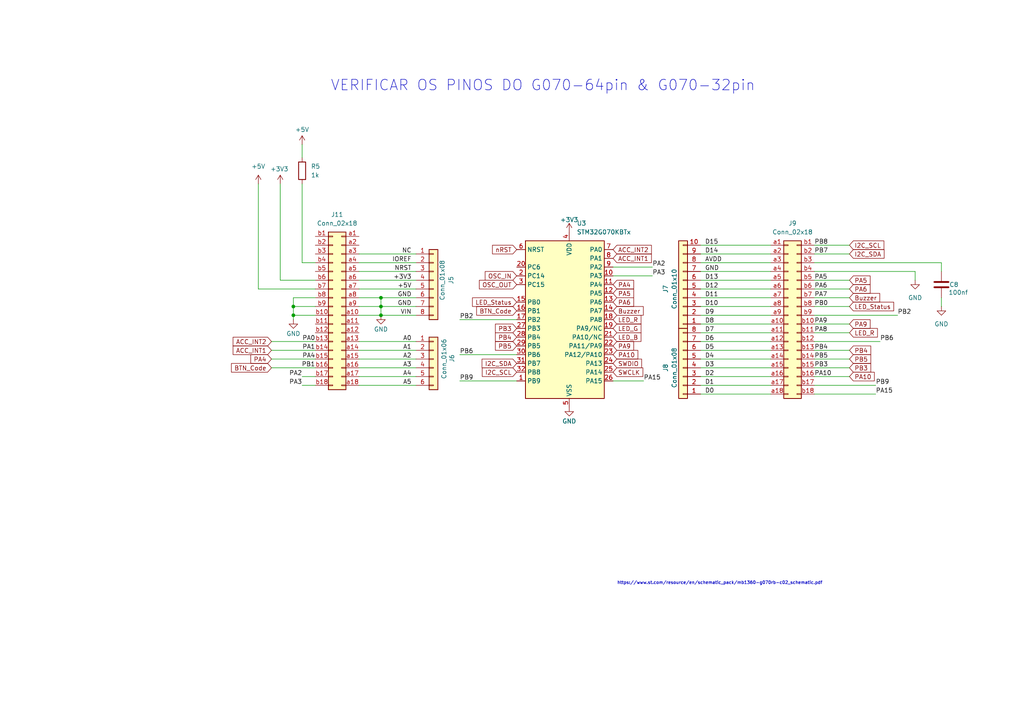
<source format=kicad_sch>
(kicad_sch (version 20231120) (generator "eeschema") (generator_version "8.0")
  (paper "A4")
  (lib_symbols
    (symbol "Connector_Generic:Conn_01x06" (pin_names (offset 1.016) hide)
      (property "Reference" "J" (at 0 7.62 0))
      (property "Value" "Conn_01x06" (at 0 -10.16 0))
      (symbol "Conn_01x06_1_1"
        (rectangle (start -1.27 -7.493) (end 0 -7.747) (stroke (width 0.1524)))
        (rectangle (start -1.27 -4.953) (end 0 -5.207) (stroke (width 0.1524)))
        (rectangle (start -1.27 -2.413) (end 0 -2.667) (stroke (width 0.1524)))
        (rectangle (start -1.27 0.127) (end 0 -0.127) (stroke (width 0.1524)))
        (rectangle (start -1.27 2.667) (end 0 2.413) (stroke (width 0.1524)))
        (rectangle (start -1.27 5.207) (end 0 4.953) (stroke (width 0.1524)))
        (rectangle (start -1.27 6.35) (end 1.27 -8.89) (stroke (width 0.254)) (fill (type background)))
        (pin passive line (at -5.08 5.08 0) (length 3.81) (name "Pin_1") (number "1"))
        (pin passive line (at -5.08 2.54 0) (length 3.81) (name "Pin_2") (number "2"))
        (pin passive line (at -5.08 0 0) (length 3.81) (name "Pin_3") (number "3"))
        (pin passive line (at -5.08 -2.54 0) (length 3.81) (name "Pin_4") (number "4"))
        (pin passive line (at -5.08 -5.08 0) (length 3.81) (name "Pin_5") (number "5"))
        (pin passive line (at -5.08 -7.62 0) (length 3.81) (name "Pin_6") (number "6"))
      )
    )
    (symbol "Connector_Generic:Conn_01x08" (pin_names (offset 1.016) hide)
      (property "Reference" "J" (at 0 10.16 0))
      (property "Value" "Conn_01x08" (at 0 -12.7 0))
      (symbol "Conn_01x08_1_1"
        (rectangle (start -1.27 -10.033) (end 0 -10.287) (stroke (width 0.1524)))
        (rectangle (start -1.27 -7.493) (end 0 -7.747) (stroke (width 0.1524)))
        (rectangle (start -1.27 -4.953) (end 0 -5.207) (stroke (width 0.1524)))
        (rectangle (start -1.27 -2.413) (end 0 -2.667) (stroke (width 0.1524)))
        (rectangle (start -1.27 0.127) (end 0 -0.127) (stroke (width 0.1524)))
        (rectangle (start -1.27 2.667) (end 0 2.413) (stroke (width 0.1524)))
        (rectangle (start -1.27 5.207) (end 0 4.953) (stroke (width 0.1524)))
        (rectangle (start -1.27 7.747) (end 0 7.493) (stroke (width 0.1524)))
        (rectangle (start -1.27 8.89) (end 1.27 -11.43) (stroke (width 0.254)) (fill (type background)))
        (pin passive line (at -5.08 7.62 0) (length 3.81) (name "Pin_1") (number "1"))
        (pin passive line (at -5.08 5.08 0) (length 3.81) (name "Pin_2") (number "2"))
        (pin passive line (at -5.08 2.54 0) (length 3.81) (name "Pin_3") (number "3"))
        (pin passive line (at -5.08 0 0) (length 3.81) (name "Pin_4") (number "4"))
        (pin passive line (at -5.08 -2.54 0) (length 3.81) (name "Pin_5") (number "5"))
        (pin passive line (at -5.08 -5.08 0) (length 3.81) (name "Pin_6") (number "6"))
        (pin passive line (at -5.08 -7.62 0) (length 3.81) (name "Pin_7") (number "7"))
        (pin passive line (at -5.08 -10.16 0) (length 3.81) (name "Pin_8") (number "8"))
      )
    )
    (symbol "Connector_Generic:Conn_01x10" (pin_names (offset 1.016) hide)
      (property "Reference" "J" (at 0 12.7 0))
      (property "Value" "Conn_01x10" (at 0 -15.24 0))
      (symbol "Conn_01x10_1_1"
        (rectangle (start -1.27 -12.573) (end 0 -12.827) (stroke (width 0.1524)))
        (rectangle (start -1.27 -10.033) (end 0 -10.287) (stroke (width 0.1524)))
        (rectangle (start -1.27 -7.493) (end 0 -7.747) (stroke (width 0.1524)))
        (rectangle (start -1.27 -4.953) (end 0 -5.207) (stroke (width 0.1524)))
        (rectangle (start -1.27 -2.413) (end 0 -2.667) (stroke (width 0.1524)))
        (rectangle (start -1.27 0.127) (end 0 -0.127) (stroke (width 0.1524)))
        (rectangle (start -1.27 2.667) (end 0 2.413) (stroke (width 0.1524)))
        (rectangle (start -1.27 5.207) (end 0 4.953) (stroke (width 0.1524)))
        (rectangle (start -1.27 7.747) (end 0 7.493) (stroke (width 0.1524)))
        (rectangle (start -1.27 10.287) (end 0 10.033) (stroke (width 0.1524)))
        (rectangle (start -1.27 11.43) (end 1.27 -13.97) (stroke (width 0.254)) (fill (type background)))
        (pin passive line (at -5.08 10.16 0) (length 3.81) (name "Pin_1") (number "1"))
        (pin passive line (at -5.08 -12.7 0) (length 3.81) (name "Pin_10") (number "10"))
        (pin passive line (at -5.08 7.62 0) (length 3.81) (name "Pin_2") (number "2"))
        (pin passive line (at -5.08 5.08 0) (length 3.81) (name "Pin_3") (number "3"))
        (pin passive line (at -5.08 2.54 0) (length 3.81) (name "Pin_4") (number "4"))
        (pin passive line (at -5.08 0 0) (length 3.81) (name "Pin_5") (number "5"))
        (pin passive line (at -5.08 -2.54 0) (length 3.81) (name "Pin_6") (number "6"))
        (pin passive line (at -5.08 -5.08 0) (length 3.81) (name "Pin_7") (number "7"))
        (pin passive line (at -5.08 -7.62 0) (length 3.81) (name "Pin_8") (number "8"))
        (pin passive line (at -5.08 -10.16 0) (length 3.81) (name "Pin_9") (number "9"))
      )
    )
    (symbol "Connector_Generic:Conn_02x18_Row_Letter_First" (pin_names (offset 1.016) hide)
      (property "Reference" "J" (at 1.27 22.86 0))
      (property "Value" "Conn_02x18_Row_Letter_First" (at 1.27 -25.4 0))
      (symbol "Conn_02x18_Row_Letter_First_1_1"
        (rectangle (start -1.27 -22.733) (end 0 -22.987) (stroke (width 0.1524)))
        (rectangle (start -1.27 -20.193) (end 0 -20.447) (stroke (width 0.1524)))
        (rectangle (start -1.27 -17.653) (end 0 -17.907) (stroke (width 0.1524)))
        (rectangle (start -1.27 -15.113) (end 0 -15.367) (stroke (width 0.1524)))
        (rectangle (start -1.27 -12.573) (end 0 -12.827) (stroke (width 0.1524)))
        (rectangle (start -1.27 -10.033) (end 0 -10.287) (stroke (width 0.1524)))
        (rectangle (start -1.27 -7.493) (end 0 -7.747) (stroke (width 0.1524)))
        (rectangle (start -1.27 -4.953) (end 0 -5.207) (stroke (width 0.1524)))
        (rectangle (start -1.27 -2.413) (end 0 -2.667) (stroke (width 0.1524)))
        (rectangle (start -1.27 0.127) (end 0 -0.127) (stroke (width 0.1524)))
        (rectangle (start -1.27 2.667) (end 0 2.413) (stroke (width 0.1524)))
        (rectangle (start -1.27 5.207) (end 0 4.953) (stroke (width 0.1524)))
        (rectangle (start -1.27 7.747) (end 0 7.493) (stroke (width 0.1524)))
        (rectangle (start -1.27 10.287) (end 0 10.033) (stroke (width 0.1524)))
        (rectangle (start -1.27 12.827) (end 0 12.573) (stroke (width 0.1524)))
        (rectangle (start -1.27 15.367) (end 0 15.113) (stroke (width 0.1524)))
        (rectangle (start -1.27 17.907) (end 0 17.653) (stroke (width 0.1524)))
        (rectangle (start -1.27 20.447) (end 0 20.193) (stroke (width 0.1524)))
        (rectangle (start -1.27 21.59) (end 3.81 -24.13) (stroke (width 0.254)) (fill (type background)))
        (rectangle (start 3.81 -22.733) (end 2.54 -22.987) (stroke (width 0.1524)))
        (rectangle (start 3.81 -20.193) (end 2.54 -20.447) (stroke (width 0.1524)))
        (rectangle (start 3.81 -17.653) (end 2.54 -17.907) (stroke (width 0.1524)))
        (rectangle (start 3.81 -15.113) (end 2.54 -15.367) (stroke (width 0.1524)))
        (rectangle (start 3.81 -12.573) (end 2.54 -12.827) (stroke (width 0.1524)))
        (rectangle (start 3.81 -10.033) (end 2.54 -10.287) (stroke (width 0.1524)))
        (rectangle (start 3.81 -7.493) (end 2.54 -7.747) (stroke (width 0.1524)))
        (rectangle (start 3.81 -4.953) (end 2.54 -5.207) (stroke (width 0.1524)))
        (rectangle (start 3.81 -2.413) (end 2.54 -2.667) (stroke (width 0.1524)))
        (rectangle (start 3.81 0.127) (end 2.54 -0.127) (stroke (width 0.1524)))
        (rectangle (start 3.81 2.667) (end 2.54 2.413) (stroke (width 0.1524)))
        (rectangle (start 3.81 5.207) (end 2.54 4.953) (stroke (width 0.1524)))
        (rectangle (start 3.81 7.747) (end 2.54 7.493) (stroke (width 0.1524)))
        (rectangle (start 3.81 10.287) (end 2.54 10.033) (stroke (width 0.1524)))
        (rectangle (start 3.81 12.827) (end 2.54 12.573) (stroke (width 0.1524)))
        (rectangle (start 3.81 15.367) (end 2.54 15.113) (stroke (width 0.1524)))
        (rectangle (start 3.81 17.907) (end 2.54 17.653) (stroke (width 0.1524)))
        (rectangle (start 3.81 20.447) (end 2.54 20.193) (stroke (width 0.1524)))
        (pin passive line (at -5.08 20.32 0) (length 3.81) (name "Pin_a1") (number "a1"))
        (pin passive line (at -5.08 -2.54 0) (length 3.81) (name "Pin_a10") (number "a10"))
        (pin passive line (at -5.08 -5.08 0) (length 3.81) (name "Pin_a11") (number "a11"))
        (pin passive line (at -5.08 -7.62 0) (length 3.81) (name "Pin_a12") (number "a12"))
        (pin passive line (at -5.08 -10.16 0) (length 3.81) (name "Pin_a13") (number "a13"))
        (pin passive line (at -5.08 -12.7 0) (length 3.81) (name "Pin_a14") (number "a14"))
        (pin passive line (at -5.08 -15.24 0) (length 3.81) (name "Pin_a15") (number "a15"))
        (pin passive line (at -5.08 -17.78 0) (length 3.81) (name "Pin_a16") (number "a16"))
        (pin passive line (at -5.08 -20.32 0) (length 3.81) (name "Pin_a17") (number "a17"))
        (pin passive line (at -5.08 -22.86 0) (length 3.81) (name "Pin_a18") (number "a18"))
        (pin passive line (at -5.08 17.78 0) (length 3.81) (name "Pin_a2") (number "a2"))
        (pin passive line (at -5.08 15.24 0) (length 3.81) (name "Pin_a3") (number "a3"))
        (pin passive line (at -5.08 12.7 0) (length 3.81) (name "Pin_a4") (number "a4"))
        (pin passive line (at -5.08 10.16 0) (length 3.81) (name "Pin_a5") (number "a5"))
        (pin passive line (at -5.08 7.62 0) (length 3.81) (name "Pin_a6") (number "a6"))
        (pin passive line (at -5.08 5.08 0) (length 3.81) (name "Pin_a7") (number "a7"))
        (pin passive line (at -5.08 2.54 0) (length 3.81) (name "Pin_a8") (number "a8"))
        (pin passive line (at -5.08 0 0) (length 3.81) (name "Pin_a9") (number "a9"))
        (pin passive line (at 7.62 20.32 180) (length 3.81) (name "Pin_b1") (number "b1"))
        (pin passive line (at 7.62 -2.54 180) (length 3.81) (name "Pin_b10") (number "b10"))
        (pin passive line (at 7.62 -5.08 180) (length 3.81) (name "Pin_b11") (number "b11"))
        (pin passive line (at 7.62 -7.62 180) (length 3.81) (name "Pin_b12") (number "b12"))
        (pin passive line (at 7.62 -10.16 180) (length 3.81) (name "Pin_b13") (number "b13"))
        (pin passive line (at 7.62 -12.7 180) (length 3.81) (name "Pin_b14") (number "b14"))
        (pin passive line (at 7.62 -15.24 180) (length 3.81) (name "Pin_b15") (number "b15"))
        (pin passive line (at 7.62 -17.78 180) (length 3.81) (name "Pin_b16") (number "b16"))
        (pin passive line (at 7.62 -20.32 180) (length 3.81) (name "Pin_b17") (number "b17"))
        (pin passive line (at 7.62 -22.86 180) (length 3.81) (name "Pin_b18") (number "b18"))
        (pin passive line (at 7.62 17.78 180) (length 3.81) (name "Pin_b2") (number "b2"))
        (pin passive line (at 7.62 15.24 180) (length 3.81) (name "Pin_b3") (number "b3"))
        (pin passive line (at 7.62 12.7 180) (length 3.81) (name "Pin_b4") (number "b4"))
        (pin passive line (at 7.62 10.16 180) (length 3.81) (name "Pin_b5") (number "b5"))
        (pin passive line (at 7.62 7.62 180) (length 3.81) (name "Pin_b6") (number "b6"))
        (pin passive line (at 7.62 5.08 180) (length 3.81) (name "Pin_b7") (number "b7"))
        (pin passive line (at 7.62 2.54 180) (length 3.81) (name "Pin_b8") (number "b8"))
        (pin passive line (at 7.62 0 180) (length 3.81) (name "Pin_b9") (number "b9"))
      )
    )
    (symbol "Device:C" (pin_numbers hide) (pin_names (offset 0.254))
      (property "Reference" "C" (at 0.635 2.54 0))
      (property "Value" "C" (at 0.635 -2.54 0))
      (symbol "C_0_1"
        (polyline (pts (xy -2.032 -0.762) (xy 2.032 -0.762)) (stroke (width 0.508)))
        (polyline (pts (xy -2.032 0.762) (xy 2.032 0.762)) (stroke (width 0.508)))
      )
      (symbol "C_1_1"
        (pin passive line (at 0 3.81 270) (length 2.794) (name "~") (number "1"))
        (pin passive line (at 0 -3.81 90) (length 2.794) (name "~") (number "2"))
      )
    )
    (symbol "Device:R" (pin_numbers hide) (pin_names (offset 0))
      (property "Reference" "R" (at 2.032 0 90))
      (property "Value" "R" (at 0 0 90))
      (symbol "R_0_1"
        (rectangle (start -1.016 -2.54) (end 1.016 2.54) (stroke (width 0.254)))
      )
      (symbol "R_1_1"
        (pin passive line (at 0 3.81 270) (length 1.27) (name "~") (number "1"))
        (pin passive line (at 0 -3.81 90) (length 1.27) (name "~") (number "2"))
      )
    )
    (symbol "MCU_ST_STM32G0:STM32G070KBTx"
      (property "Reference" "U" (at -10.16 24.13 0))
      (property "Value" "STM32G070KBTx" (at 5.08 24.13 0))
      (symbol "STM32G070KBTx_0_1"
        (rectangle (start -10.16 -22.86) (end 12.7 22.86) (stroke (width 0.254)) (fill (type background)))
      )
      (symbol "STM32G070KBTx_1_1"
        (pin bidirectional line (at -12.7 -17.78 0) (length 2.54) (name "PB9") (number "1"))
        (pin bidirectional line (at 15.24 12.7 180) (length 2.54) (name "PA3") (number "10"))
        (pin bidirectional line (at 15.24 10.16 180) (length 2.54) (name "PA4") (number "11"))
        (pin bidirectional line (at 15.24 7.62 180) (length 2.54) (name "PA5") (number "12"))
        (pin bidirectional line (at 15.24 5.08 180) (length 2.54) (name "PA6") (number "13"))
        (pin bidirectional line (at 15.24 2.54 180) (length 2.54) (name "PA7") (number "14"))
        (pin bidirectional line (at -12.7 5.08 0) (length 2.54) (name "PB0") (number "15"))
        (pin bidirectional line (at -12.7 2.54 0) (length 2.54) (name "PB1") (number "16"))
        (pin bidirectional line (at -12.7 0 0) (length 2.54) (name "PB2") (number "17"))
        (pin bidirectional line (at 15.24 0 180) (length 2.54) (name "PA8") (number "18"))
        (pin bidirectional line (at 15.24 -2.54 180) (length 2.54) (name "PA9/NC") (number "19"))
        (pin bidirectional line (at -12.7 12.7 0) (length 2.54) (name "PC14") (number "2"))
        (pin bidirectional line (at -12.7 15.24 0) (length 2.54) (name "PC6") (number "20"))
        (pin bidirectional line (at 15.24 -5.08 180) (length 2.54) (name "PA10/NC") (number "21"))
        (pin bidirectional line (at 15.24 -7.62 180) (length 2.54) (name "PA11/PA9") (number "22"))
        (pin bidirectional line (at 15.24 -10.16 180) (length 2.54) (name "PA12/PA10") (number "23"))
        (pin bidirectional line (at 15.24 -12.7 180) (length 2.54) (name "PA13") (number "24"))
        (pin bidirectional line (at 15.24 -15.24 180) (length 2.54) (name "PA14") (number "25"))
        (pin bidirectional line (at 15.24 -17.78 180) (length 2.54) (name "PA15") (number "26"))
        (pin bidirectional line (at -12.7 -2.54 0) (length 2.54) (name "PB3") (number "27"))
        (pin bidirectional line (at -12.7 -5.08 0) (length 2.54) (name "PB4") (number "28"))
        (pin bidirectional line (at -12.7 -7.62 0) (length 2.54) (name "PB5") (number "29"))
        (pin bidirectional line (at -12.7 10.16 0) (length 2.54) (name "PC15") (number "3"))
        (pin bidirectional line (at -12.7 -10.16 0) (length 2.54) (name "PB6") (number "30"))
        (pin bidirectional line (at -12.7 -12.7 0) (length 2.54) (name "PB7") (number "31"))
        (pin bidirectional line (at -12.7 -15.24 0) (length 2.54) (name "PB8") (number "32"))
        (pin power_in line (at 2.54 25.4 270) (length 2.54) (name "VDD") (number "4"))
        (pin power_in line (at 2.54 -25.4 90) (length 2.54) (name "VSS") (number "5"))
        (pin input line (at -12.7 20.32 0) (length 2.54) (name "NRST") (number "6"))
        (pin bidirectional line (at 15.24 20.32 180) (length 2.54) (name "PA0") (number "7"))
        (pin bidirectional line (at 15.24 17.78 180) (length 2.54) (name "PA1") (number "8"))
        (pin bidirectional line (at 15.24 15.24 180) (length 2.54) (name "PA2") (number "9"))
      )
    )
    (symbol "power:+3V3" (power) (pin_numbers hide) (pin_names (offset 0) hide)
      (property "Value" "+3V3" (at 0 3.556 0))
      (symbol "+3V3_0_1"
        (polyline (pts (xy -0.762 1.27) (xy 0 2.54)))
        (polyline (pts (xy 0 0) (xy 0 2.54)))
        (polyline (pts (xy 0 2.54) (xy 0.762 1.27)))
      )
      (symbol "+3V3_1_1"
        (pin power_in line (at 0 0 90) (length 0) (name "~") (number "1"))
      )
    )
    (symbol "power:+5V" (power) (pin_numbers hide) (pin_names (offset 0) hide)
      (property "Value" "+5V" (at 0 3.556 0))
      (symbol "+5V_0_1"
        (polyline (pts (xy -0.762 1.27) (xy 0 2.54)))
        (polyline (pts (xy 0 0) (xy 0 2.54)))
        (polyline (pts (xy 0 2.54) (xy 0.762 1.27)))
      )
      (symbol "+5V_1_1"
        (pin power_in line (at 0 0 90) (length 0) (name "~") (number "1"))
      )
    )
    (symbol "power:GND" (power) (pin_numbers hide) (pin_names (offset 0) hide)
      (property "Value" "GND" (at 0 -3.81 0))
      (symbol "GND_0_1"
        (polyline (pts (xy 0 0) (xy 0 -1.27) (xy 1.27 -1.27) (xy 0 -2.54) (xy -1.27 -1.27) (xy 0 -1.27)))
      )
      (symbol "GND_1_1"
        (pin power_in line (at 0 0 270) (length 0) (name "~") (number "1"))
      )
    )
  )
  (junction (at 85.09 88.9))
  (junction (at 85.09 91.44))
  (junction (at 110.49 91.44))
  (junction (at 110.49 86.36))
  (junction (at 110.49 88.9))
  (wire (pts (xy 110.49 86.36) (xy 120.65 86.36)))
  (wire (pts (xy 110.49 88.9) (xy 120.65 88.9)))
  (wire (pts (xy 104.14 83.82) (xy 120.65 83.82)))
  (wire (pts (xy 133.35 92.71) (xy 149.86 92.71)))
  (wire (pts (xy 236.22 78.74) (xy 265.43 78.74)))
  (wire (pts (xy 186.69 110.49) (xy 177.8 110.49)))
  (wire (pts (xy 236.22 76.2) (xy 273.05 76.2)))
  (wire (pts (xy 203.2 88.9) (xy 223.52 88.9)))
  (wire (pts (xy 110.49 86.36) (xy 110.49 88.9)))
  (wire (pts (xy 236.22 109.22) (xy 246.38 109.22)))
  (wire (pts (xy 189.23 80.01) (xy 177.8 80.01)))
  (wire (pts (xy 203.2 71.12) (xy 223.52 71.12)))
  (wire (pts (xy 236.22 111.76) (xy 254 111.76)))
  (wire (pts (xy 85.09 88.9) (xy 91.44 88.9)))
  (wire (pts (xy 110.49 91.44) (xy 104.14 91.44)))
  (wire (pts (xy 203.2 73.66) (xy 223.52 73.66)))
  (wire (pts (xy 104.14 111.76) (xy 120.65 111.76)))
  (wire (pts (xy 236.22 88.9) (xy 246.38 88.9)))
  (wire (pts (xy 203.2 111.76) (xy 223.52 111.76)))
  (wire (pts (xy 104.14 81.28) (xy 120.65 81.28)))
  (wire (pts (xy 85.09 86.36) (xy 85.09 88.9)))
  (wire (pts (xy 91.44 83.82) (xy 74.93 83.82)))
  (wire (pts (xy 133.35 102.87) (xy 149.86 102.87)))
  (wire (pts (xy 74.93 53.34) (xy 74.93 83.82)))
  (wire (pts (xy 203.2 93.98) (xy 223.52 93.98)))
  (wire (pts (xy 110.49 86.36) (xy 104.14 86.36)))
  (wire (pts (xy 236.22 71.12) (xy 246.38 71.12)))
  (wire (pts (xy 203.2 114.3) (xy 223.52 114.3)))
  (wire (pts (xy 203.2 81.28) (xy 223.52 81.28)))
  (wire (pts (xy 78.74 99.06) (xy 91.44 99.06)))
  (wire (pts (xy 91.44 76.2) (xy 87.63 76.2)))
  (wire (pts (xy 236.22 104.14) (xy 246.38 104.14)))
  (wire (pts (xy 85.09 91.44) (xy 85.09 92.71)))
  (wire (pts (xy 203.2 96.52) (xy 223.52 96.52)))
  (wire (pts (xy 236.22 99.06) (xy 255.27 99.06)))
  (wire (pts (xy 110.49 88.9) (xy 110.49 91.44)))
  (wire (pts (xy 133.35 110.49) (xy 149.86 110.49)))
  (wire (pts (xy 189.23 77.47) (xy 177.8 77.47)))
  (wire (pts (xy 203.2 91.44) (xy 223.52 91.44)))
  (wire (pts (xy 273.05 76.2) (xy 273.05 78.74)))
  (wire (pts (xy 236.22 93.98) (xy 246.38 93.98)))
  (wire (pts (xy 203.2 99.06) (xy 223.52 99.06)))
  (wire (pts (xy 236.22 114.3) (xy 254 114.3)))
  (wire (pts (xy 203.2 109.22) (xy 223.52 109.22)))
  (wire (pts (xy 110.49 88.9) (xy 104.14 88.9)))
  (wire (pts (xy 104.14 78.74) (xy 120.65 78.74)))
  (wire (pts (xy 236.22 101.6) (xy 246.38 101.6)))
  (wire (pts (xy 85.09 88.9) (xy 85.09 91.44)))
  (wire (pts (xy 87.63 41.91) (xy 87.63 45.72)))
  (wire (pts (xy 104.14 101.6) (xy 120.65 101.6)))
  (wire (pts (xy 104.14 73.66) (xy 120.65 73.66)))
  (wire (pts (xy 203.2 104.14) (xy 223.52 104.14)))
  (wire (pts (xy 236.22 91.44) (xy 260.35 91.44)))
  (wire (pts (xy 236.22 83.82) (xy 246.38 83.82)))
  (wire (pts (xy 87.63 109.22) (xy 91.44 109.22)))
  (wire (pts (xy 85.09 86.36) (xy 91.44 86.36)))
  (wire (pts (xy 203.2 76.2) (xy 223.52 76.2)))
  (wire (pts (xy 265.43 78.74) (xy 265.43 81.28)))
  (wire (pts (xy 236.22 81.28) (xy 246.38 81.28)))
  (wire (pts (xy 78.74 101.6) (xy 91.44 101.6)))
  (wire (pts (xy 104.14 109.22) (xy 120.65 109.22)))
  (wire (pts (xy 203.2 101.6) (xy 223.52 101.6)))
  (wire (pts (xy 110.49 91.44) (xy 120.65 91.44)))
  (wire (pts (xy 81.28 53.34) (xy 81.28 81.28)))
  (wire (pts (xy 203.2 78.74) (xy 223.52 78.74)))
  (wire (pts (xy 87.63 53.34) (xy 87.63 76.2)))
  (wire (pts (xy 236.22 106.68) (xy 246.38 106.68)))
  (wire (pts (xy 203.2 83.82) (xy 223.52 83.82)))
  (wire (pts (xy 236.22 73.66) (xy 246.38 73.66)))
  (wire (pts (xy 203.2 86.36) (xy 223.52 86.36)))
  (wire (pts (xy 236.22 96.52) (xy 246.38 96.52)))
  (wire (pts (xy 236.22 86.36) (xy 246.38 86.36)))
  (wire (pts (xy 104.14 76.2) (xy 120.65 76.2)))
  (wire (pts (xy 78.74 106.68) (xy 91.44 106.68)))
  (wire (pts (xy 104.14 104.14) (xy 120.65 104.14)))
  (wire (pts (xy 85.09 91.44) (xy 91.44 91.44)))
  (wire (pts (xy 104.14 106.68) (xy 120.65 106.68)))
  (wire (pts (xy 78.74 104.14) (xy 91.44 104.14)))
  (wire (pts (xy 273.05 88.9) (xy 273.05 86.36)))
  (wire (pts (xy 104.14 99.06) (xy 120.65 99.06)))
  (wire (pts (xy 87.63 111.76) (xy 91.44 111.76)))
  (wire (pts (xy 203.2 106.68) (xy 223.52 106.68)))
  (wire (pts (xy 91.44 81.28) (xy 81.28 81.28)))
  (text "VERIFICAR OS PINOS DO G070-64pin & G070-32pin\n" (at 157.48 24.892 0) (effects (font (size 3.048 3.048))))
  (text "https://www.st.com/resource/en/schematic_pack/mb1360-g070rb-c02_schematic.pdf\n" (at 208.788 169.164 0) (effects (font (size 0.889 0.889))))
  (label "D14" (at 204.47 73.66 0))
  (label "A5" (at 119.38 111.76 180))
  (label "D2" (at 204.47 109.22 0))
  (label "D11" (at 204.47 86.36 0))
  (label "D1" (at 204.47 111.76 0))
  (label "D9" (at 204.47 91.44 0))
  (label "D7" (at 204.47 96.52 0))
  (label "PB3" (at 236.22 106.68 0))
  (label "PA15" (at 186.69 110.49 0))
  (label "D4" (at 204.47 104.14 0))
  (label "GND" (at 119.38 86.36 180))
  (label "D3" (at 204.47 106.68 0))
  (label "PB7" (at 236.22 73.66 0))
  (label "D6" (at 204.47 99.06 0))
  (label "PB1" (at 91.44 106.68 180))
  (label "PB4" (at 236.22 101.6 0))
  (label "PA15" (at 254 114.3 0))
  (label "PB5" (at 236.22 104.14 0))
  (label "PA8" (at 236.22 96.52 0))
  (label "PA5" (at 236.22 81.28 0))
  (label "A2" (at 119.38 104.14 180))
  (label "PA10" (at 236.22 109.22 0))
  (label "PA3" (at 189.23 80.01 0))
  (label "PB2" (at 133.35 92.71 0))
  (label "AVDD" (at 204.47 76.2 0))
  (label "PB8" (at 236.22 71.12 0))
  (label "D8" (at 204.47 93.98 0))
  (label "PB9" (at 254 111.76 0))
  (label "PA7" (at 236.22 86.36 0))
  (label "PA1" (at 91.44 101.6 180))
  (label "D13" (at 204.47 81.28 0))
  (label "NC" (at 119.38 73.66 180))
  (label "PA0" (at 91.44 99.06 180))
  (label "PB6" (at 133.35 102.87 0))
  (label "PA4" (at 91.44 104.14 180))
  (label "VIN" (at 119.38 91.44 180))
  (label "PA6" (at 236.22 83.82 0))
  (label "D15" (at 204.47 71.12 0))
  (label "+5V" (at 119.38 83.82 180))
  (label "D10" (at 204.47 88.9 0))
  (label "PB0" (at 236.22 88.9 0))
  (label "PA3" (at 87.63 111.76 180))
  (label "IOREF" (at 119.38 76.2 180))
  (label "PA2" (at 87.63 109.22 180))
  (label "PA9" (at 236.22 93.98 0))
  (label "PB2" (at 260.35 91.44 0))
  (label "NRST" (at 119.38 78.74 180))
  (label "D12" (at 204.47 83.82 0))
  (label "GND" (at 119.38 88.9 180))
  (label "A1" (at 119.38 101.6 180))
  (label "PB9" (at 133.35 110.49 0))
  (label "GND" (at 204.47 78.74 0))
  (label "A3" (at 119.38 106.68 180))
  (label "PB6" (at 255.27 99.06 0))
  (label "D5" (at 204.47 101.6 0))
  (label "PA2" (at 189.23 77.47 0))
  (label "+3V3" (at 119.38 81.28 180))
  (label "D0" (at 204.47 114.3 0))
  (label "A0" (at 119.38 99.06 180))
  (label "A4" (at 119.38 109.22 180))
  (global_label "LED_G" (shape input) (at 177.8 95.25 0) (property "Intersheetrefs" "${INTERSHEET_REFS}" (effects (hide yes))))
  (global_label "PA5" (shape input) (at 177.8 85.09 0) (property "Intersheetrefs" "${INTERSHEET_REFS}" (effects (hide yes))))
  (global_label "PB3" (shape input) (at 149.86 95.25 180) (property "Intersheetrefs" "${INTERSHEET_REFS}" (effects (hide yes))))
  (global_label "BTN_Code" (shape input) (at 78.74 106.68 180) (property "Intersheetrefs" "${INTERSHEET_REFS}" (effects (hide yes))))
  (global_label "SWCLK" (shape input) (at 177.8 107.95 0) (property "Intersheetrefs" "${INTERSHEET_REFS}" (effects (hide yes))))
  (global_label "PA6" (shape input) (at 246.38 83.82 0) (property "Intersheetrefs" "${INTERSHEET_REFS}" (effects (hide yes))))
  (global_label "PA10" (shape input) (at 177.8 102.87 0) (property "Intersheetrefs" "${INTERSHEET_REFS}" (effects (hide yes))))
  (global_label "PB3" (shape input) (at 246.38 106.68 0) (property "Intersheetrefs" "${INTERSHEET_REFS}" (effects (hide yes))))
  (global_label "I2C_SDA" (shape input) (at 149.86 105.41 180) (property "Intersheetrefs" "${INTERSHEET_REFS}" (effects (hide yes))))
  (global_label "nRST" (shape input) (at 149.86 72.39 180) (property "Intersheetrefs" "${INTERSHEET_REFS}" (effects (hide yes))))
  (global_label "LED_Status" (shape input) (at 246.38 88.9 0) (property "Intersheetrefs" "${INTERSHEET_REFS}" (effects (hide yes))))
  (global_label "PB4" (shape input) (at 246.38 101.6 0) (property "Intersheetrefs" "${INTERSHEET_REFS}" (effects (hide yes))))
  (global_label "ACC_INT1" (shape input) (at 78.74 101.6 180) (property "Intersheetrefs" "${INTERSHEET_REFS}" (effects (hide yes))))
  (global_label "OSC_IN" (shape input) (at 149.86 80.01 180) (property "Intersheetrefs" "${INTERSHEET_REFS}" (effects (hide yes))))
  (global_label "ACC_INT2" (shape input) (at 177.8 72.39 0) (property "Intersheetrefs" "${INTERSHEET_REFS}" (effects (hide yes))))
  (global_label "LED_R" (shape input) (at 177.8 92.71 0) (property "Intersheetrefs" "${INTERSHEET_REFS}" (effects (hide yes))))
  (global_label "PA10" (shape input) (at 246.38 109.22 0) (property "Intersheetrefs" "${INTERSHEET_REFS}" (effects (hide yes))))
  (global_label "PA5" (shape input) (at 246.38 81.28 0) (property "Intersheetrefs" "${INTERSHEET_REFS}" (effects (hide yes))))
  (global_label "LED_Status" (shape input) (at 149.86 87.63 180) (property "Intersheetrefs" "${INTERSHEET_REFS}" (effects (hide yes))))
  (global_label "PB4" (shape input) (at 149.86 97.79 180) (property "Intersheetrefs" "${INTERSHEET_REFS}" (effects (hide yes))))
  (global_label "I2C_SDA" (shape input) (at 246.38 73.66 0) (property "Intersheetrefs" "${INTERSHEET_REFS}" (effects (hide yes))))
  (global_label "BTN_Code" (shape input) (at 149.86 90.17 180) (property "Intersheetrefs" "${INTERSHEET_REFS}" (effects (hide yes))))
  (global_label "PB5" (shape input) (at 149.86 100.33 180) (property "Intersheetrefs" "${INTERSHEET_REFS}" (effects (hide yes))))
  (global_label "PA9" (shape input) (at 246.38 93.98 0) (property "Intersheetrefs" "${INTERSHEET_REFS}" (effects (hide yes))))
  (global_label "PA4" (shape input) (at 78.74 104.14 180) (property "Intersheetrefs" "${INTERSHEET_REFS}" (effects (hide yes))))
  (global_label "ACC_INT2" (shape input) (at 78.74 99.06 180) (property "Intersheetrefs" "${INTERSHEET_REFS}" (effects (hide yes))))
  (global_label "PA6" (shape input) (at 177.8 87.63 0) (property "Intersheetrefs" "${INTERSHEET_REFS}" (effects (hide yes))))
  (global_label "Buzzer" (shape input) (at 177.8 90.17 0) (property "Intersheetrefs" "${INTERSHEET_REFS}" (effects (hide yes))))
  (global_label "SWDIO" (shape input) (at 177.8 105.41 0) (property "Intersheetrefs" "${INTERSHEET_REFS}" (effects (hide yes))))
  (global_label "Buzzer" (shape input) (at 246.38 86.36 0) (property "Intersheetrefs" "${INTERSHEET_REFS}" (effects (hide yes))))
  (global_label "PB5" (shape input) (at 246.38 104.14 0) (property "Intersheetrefs" "${INTERSHEET_REFS}" (effects (hide yes))))
  (global_label "LED_B" (shape input) (at 177.8 97.79 0) (property "Intersheetrefs" "${INTERSHEET_REFS}" (effects (hide yes))))
  (global_label "LED_R" (shape input) (at 246.38 96.52 0) (property "Intersheetrefs" "${INTERSHEET_REFS}" (effects (hide yes))))
  (global_label "OSC_OUT" (shape input) (at 149.86 82.55 180) (property "Intersheetrefs" "${INTERSHEET_REFS}" (effects (hide yes))))
  (global_label "I2C_SCL" (shape input) (at 246.38 71.12 0) (property "Intersheetrefs" "${INTERSHEET_REFS}" (effects (hide yes))))
  (global_label "ACC_INT1" (shape input) (at 177.8 74.93 0) (property "Intersheetrefs" "${INTERSHEET_REFS}" (effects (hide yes))))
  (global_label "I2C_SCL" (shape input) (at 149.86 107.95 180) (property "Intersheetrefs" "${INTERSHEET_REFS}" (effects (hide yes))))
  (global_label "PA4" (shape input) (at 177.8 82.55 0) (property "Intersheetrefs" "${INTERSHEET_REFS}" (effects (hide yes))))
  (global_label "PA9" (shape input) (at 177.8 100.33 0) (property "Intersheetrefs" "${INTERSHEET_REFS}" (effects (hide yes))))
  (symbol (lib_id "power:GND") (at 265.43 81.28 0) (unit 1)
    (property "Reference" "#PWR033" (effects (hide yes)))
    (property "Value" "GND" (at 265.43 86.36 0))
    (property "Description" "Power symbol creates a global label with name \"GND\" , ground" (effects (hide yes)))
  )
  (symbol (lib_id "Device:R") (at 87.63 49.53 0) (unit 1)
    (property "Reference" "R5" (at 90.17 48.2599 0) (effects (justify left)))
    (property "Value" "1k" (at 90.17 50.7999 0) (effects (justify left)))
    (property "Description" "Resistor" (effects (hide yes)))
  )
  (symbol (lib_id "power:GND") (at 110.49 91.44 0) (unit 1)
    (property "Reference" "#PWR08" (effects (hide yes)))
    (property "Value" "GND" (at 110.49 95.504 0))
    (property "Description" "Power symbol creates a global label with name \"GND\" , ground" (effects (hide yes)))
  )
  (symbol (lib_id "Device:C") (at 273.05 82.55 0) (unit 1)
    (property "Reference" "C8" (at 275.336 82.55 0) (effects (justify left)))
    (property "Value" "100nf" (at 275.082 84.836 0) (effects (justify left)))
    (property "Description" "Unpolarized capacitor" (effects (hide yes)))
  )
  (symbol (lib_id "Connector_Generic:Conn_02x18_Row_Letter_First") (at 228.6 91.44 0) (unit 1)
    (property "Reference" "J9" (at 229.87 64.77 0))
    (property "Value" "Conn_02x18" (at 229.87 67.31 0))
    (property "Description" "Generic connector, double row, 02x18, row letter first pin numbering scheme (pin number consists of a letter for the row and a number for the pin index in this row. a1, ..., aN; b1, ..., bN), script generated (kicad-library-utils/schlib/autogen/connector/)" (effects (hide yes)))
  )
  (symbol (lib_id "power:+3V3") (at 81.28 53.34 0) (unit 1)
    (property "Reference" "#PWR015" (effects (hide yes)))
    (property "Value" "+3V3" (at 81.026 49.022 0))
    (property "Description" "Power symbol creates a global label with name \"+3V3\"" (effects (hide yes)))
  )
  (symbol (lib_id "power:GND") (at 273.05 88.9 0) (unit 1)
    (property "Reference" "#PWR06" (effects (hide yes)))
    (property "Value" "GND" (at 273.05 93.98 0))
    (property "Description" "Power symbol creates a global label with name \"GND\" , ground" (effects (hide yes)))
  )
  (symbol (lib_id "Connector_Generic:Conn_01x06") (at 125.73 104.14 0) (unit 1)
    (property "Reference" "J6" (at 131.064 105.156 90) (effects (justify left)))
    (property "Value" "Conn_01x06" (at 128.778 109.982 90) (effects (justify left)))
    (property "Description" "Generic connector, single row, 01x06, script generated (kicad-library-utils/schlib/autogen/connector/)" (effects (hide yes)))
  )
  (symbol (lib_id "power:+5V") (at 74.93 53.34 0) (unit 1)
    (property "Reference" "#PWR018" (effects (hide yes)))
    (property "Value" "+5V" (at 74.93 48.26 0))
    (property "Description" "Power symbol creates a global label with name \"+5V\"" (effects (hide yes)))
  )
  (symbol (lib_id "power:+3V3") (at 165.1 67.31 0) (unit 1)
    (property "Reference" "#PWR034" (effects (hide yes)))
    (property "Value" "+3V3" (at 165.1 63.754 0))
    (property "Description" "Power symbol creates a global label with name \"+3V3\"" (effects (hide yes)))
  )
  (symbol (lib_id "power:+5V") (at 87.63 41.91 0) (unit 1)
    (property "Reference" "#PWR019" (effects (hide yes)))
    (property "Value" "+5V" (at 87.63 37.592 0))
    (property "Description" "Power symbol creates a global label with name \"+5V\"" (effects (hide yes)))
  )
  (symbol (lib_id "MCU_ST_STM32G0:STM32G070KBTx") (at 162.56 92.71 0) (unit 1)
    (property "Reference" "U3" (at 167.2941 64.77 0) (effects (justify left)))
    (property "Value" "STM32G070KBTx" (at 167.2941 67.31 0) (effects (justify left)))
    (property "Footprint" "Package_QFP:LQFP-32_7x7mm_P0.8mm" (effects (hide yes)))
    (property "Datasheet" "https://www.st.com/resource/en/datasheet/stm32g070kb.pdf" (effects (hide yes)))
    (property "Description" "STMicroelectronics Arm Cortex-M0+ MCU, 128KB flash, 36KB RAM, 64 MHz, 2.0-3.6V, 29 GPIO, LQFP32" (effects (hide yes)))
  )
  (symbol (lib_id "Connector_Generic:Conn_01x10") (at 198.12 83.82 180) (unit 1)
    (property "Reference" "J7" (at 193.04 83.82 90))
    (property "Value" "Conn_01x10" (at 195.58 83.82 90))
    (property "Description" "Generic connector, single row, 01x10, script generated (kicad-library-utils/schlib/autogen/connector/)" (effects (hide yes)))
  )
  (symbol (lib_id "power:GND") (at 165.1 118.11 0) (unit 1)
    (property "Reference" "#PWR035" (effects (hide yes)))
    (property "Value" "GND" (at 165.1 122.174 0))
    (property "Description" "Power symbol creates a global label with name \"GND\" , ground" (effects (hide yes)))
  )
  (symbol (lib_id "Connector_Generic:Conn_02x18_Row_Letter_First") (at 99.06 88.9 0) (mirror y) (unit 1)
    (property "Reference" "J11" (at 97.79 62.23 0))
    (property "Value" "Conn_02x18" (at 97.79 64.77 0))
    (property "Footprint" "Connector_PinHeader_2.54mm:PinHeader_1x16_P2.54mm_Vertical" (effects (hide yes)))
    (property "Description" "Generic connector, double row, 02x18, row letter first pin numbering scheme (pin number consists of a letter for the row and a number for the pin index in this row. a1, ..., aN; b1, ..., bN), script generated (kicad-library-utils/schlib/autogen/connector/)" (effects (hide yes)))
  )
  (symbol (lib_id "power:GND") (at 85.09 92.71 0) (unit 1)
    (property "Reference" "#PWR09" (effects (hide yes)))
    (property "Value" "GND" (at 85.09 96.774 0))
    (property "Description" "Power symbol creates a global label with name \"GND\" , ground" (effects (hide yes)))
  )
  (symbol (lib_id "Connector_Generic:Conn_01x08") (at 125.73 81.28 0) (unit 1)
    (property "Reference" "J5" (at 130.81 81.28 90))
    (property "Value" "Conn_01x08" (at 128.27 81.28 90))
    (property "Description" "Generic connector, single row, 01x08, script generated (kicad-library-utils/schlib/autogen/connector/)" (effects (hide yes)))
  )
  (symbol (lib_id "Connector_Generic:Conn_01x08") (at 198.12 106.68 180) (unit 1)
    (property "Reference" "J8" (at 193.04 106.68 90))
    (property "Value" "Conn_01x08" (at 195.58 106.68 90))
    (property "Description" "Generic connector, single row, 01x08, script generated (kicad-library-utils/schlib/autogen/connector/)" (effects (hide yes)))
  )
)
</source>
